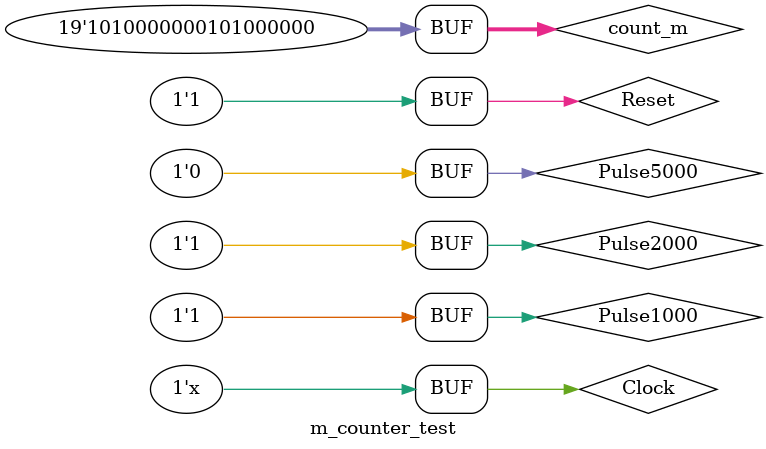
<source format=v>

module m_counter_test;
 reg Pulse1000,Pulse2000,Pulse5000,Clock,Reset;
 reg[18:0] count_m; 
 wire  Out;
 wire[8:0]  c_1000;
 wire[7:0]  c_2000;
 wire[6:0]  c_5000;

m_counter U1 (count_m,Clock,Reset,Pulse1000,Pulse2000,Pulse5000,Out,c_1000,c_2000,c_5000);


always begin
#1 Clock = ~Clock; // clock period is 10 time units
end 
 initial begin
Clock=0;
Reset=1; //active low
count_m=28000;

#5
Pulse5000=1;
#10
Pulse5000=0;
Pulse2000=1;
#10
Pulse2000=0;
Pulse1000=1;

#10
Reset=0;
Pulse1000=0;
#20
Reset=1;
count_m=328000;

#10
Pulse5000=1;
#20
Pulse5000=0;
Pulse2000=1;
#10
Pulse2000=1;
Pulse1000=1;
 
 end
endmodule //m_counter_test

</source>
